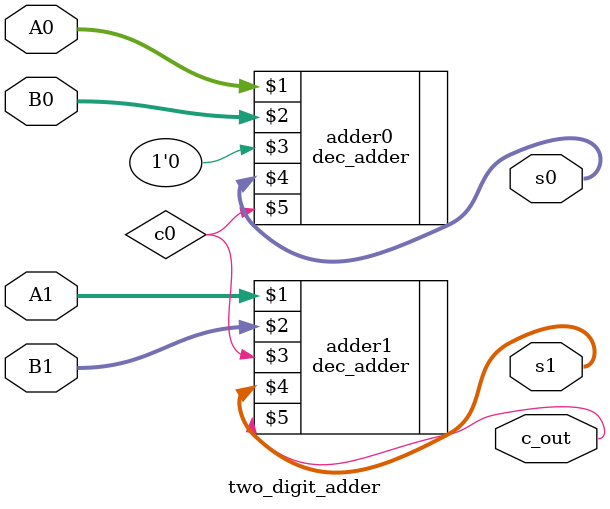
<source format=v>
module two_digit_adder(input [3:0]A1,
                  input [3:0]A0,
				  input [3:0]B1,
                  input [3:0]B0,
                  output [3:0]s1,
                  output [3:0]s0,
                  output c_out);
    
    wire c0, c_out;

	dec_adder adder0(A0, B0, 1'b0, s0, c0);
	dec_adder adder1(A1, B1, c0, s1, c_out);

endmodule

</source>
